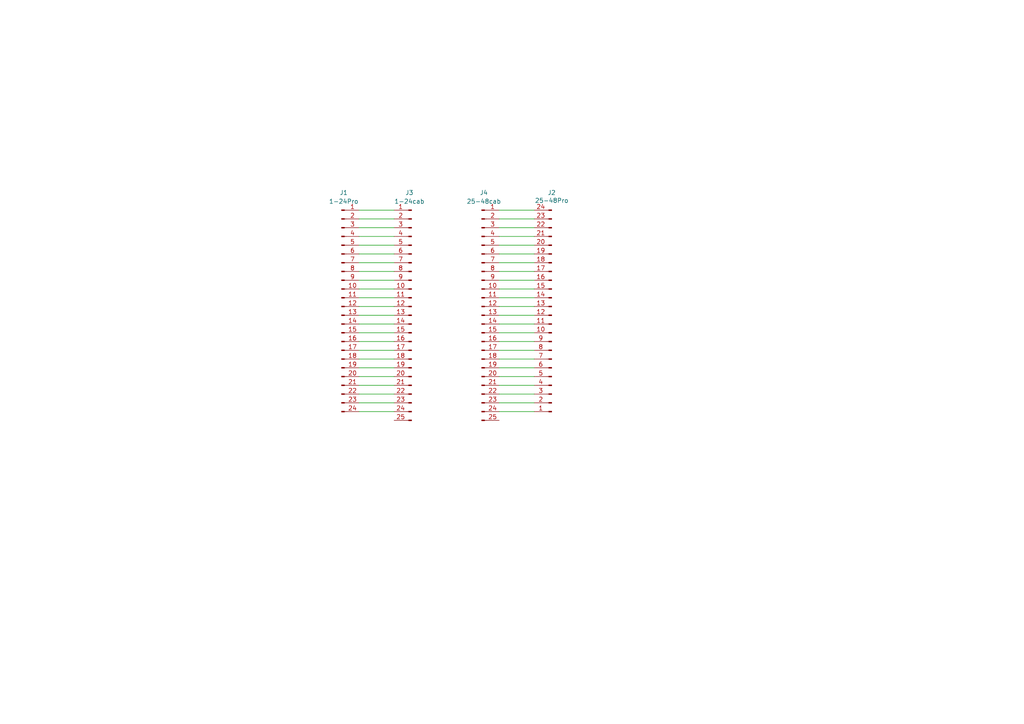
<source format=kicad_sch>
(kicad_sch (version 20250114) (generator "eeschema") (generator_version "9.0")
  (paper "A4")
  (lib_symbols
    (symbol "Connector:Conn_01x24_Pin" (pin_names (offset 1.016) (hide yes))
      (property "Reference" "J" (at 0 30.48 0))
      (property "Value" "Conn_01x24_Pin" (at 0 -33.02 0))
      (symbol "Conn_01x24_Pin_1_1"
        (rectangle (start 0.8636 28.067) (end 0 27.813) (stroke (width 0.1524)) (fill (type outline)))
        (rectangle (start 0.8636 25.527) (end 0 25.273) (stroke (width 0.1524)) (fill (type outline)))
        (rectangle (start 0.8636 22.987) (end 0 22.733) (stroke (width 0.1524)) (fill (type outline)))
        (rectangle (start 0.8636 20.447) (end 0 20.193) (stroke (width 0.1524)) (fill (type outline)))
        (rectangle (start 0.8636 17.907) (end 0 17.653) (stroke (width 0.1524)) (fill (type outline)))
        (rectangle (start 0.8636 15.367) (end 0 15.113) (stroke (width 0.1524)) (fill (type outline)))
        (rectangle (start 0.8636 12.827) (end 0 12.573) (stroke (width 0.1524)) (fill (type outline)))
        (rectangle (start 0.8636 10.287) (end 0 10.033) (stroke (width 0.1524)) (fill (type outline)))
        (rectangle (start 0.8636 7.747) (end 0 7.493) (stroke (width 0.1524)) (fill (type outline)))
        (rectangle (start 0.8636 5.207) (end 0 4.953) (stroke (width 0.1524)) (fill (type outline)))
        (rectangle (start 0.8636 2.667) (end 0 2.413) (stroke (width 0.1524)) (fill (type outline)))
        (rectangle (start 0.8636 0.127) (end 0 -0.127) (stroke (width 0.1524)) (fill (type outline)))
        (rectangle (start 0.8636 -2.413) (end 0 -2.667) (stroke (width 0.1524)) (fill (type outline)))
        (rectangle (start 0.8636 -4.953) (end 0 -5.207) (stroke (width 0.1524)) (fill (type outline)))
        (rectangle (start 0.8636 -7.493) (end 0 -7.747) (stroke (width 0.1524)) (fill (type outline)))
        (rectangle (start 0.8636 -10.033) (end 0 -10.287) (stroke (width 0.1524)) (fill (type outline)))
        (rectangle (start 0.8636 -12.573) (end 0 -12.827) (stroke (width 0.1524)) (fill (type outline)))
        (rectangle (start 0.8636 -15.113) (end 0 -15.367) (stroke (width 0.1524)) (fill (type outline)))
        (rectangle (start 0.8636 -17.653) (end 0 -17.907) (stroke (width 0.1524)) (fill (type outline)))
        (rectangle (start 0.8636 -20.193) (end 0 -20.447) (stroke (width 0.1524)) (fill (type outline)))
        (rectangle (start 0.8636 -22.733) (end 0 -22.987) (stroke (width 0.1524)) (fill (type outline)))
        (rectangle (start 0.8636 -25.273) (end 0 -25.527) (stroke (width 0.1524)) (fill (type outline)))
        (rectangle (start 0.8636 -27.813) (end 0 -28.067) (stroke (width 0.1524)) (fill (type outline)))
        (rectangle (start 0.8636 -30.353) (end 0 -30.607) (stroke (width 0.1524)) (fill (type outline)))
        (polyline (pts (xy 1.27 27.94) (xy 0.8636 27.94)) (stroke (width 0.1524)))
        (polyline (pts (xy 1.27 25.4) (xy 0.8636 25.4)) (stroke (width 0.1524)))
        (polyline (pts (xy 1.27 22.86) (xy 0.8636 22.86)) (stroke (width 0.1524)))
        (polyline (pts (xy 1.27 20.32) (xy 0.8636 20.32)) (stroke (width 0.1524)))
        (polyline (pts (xy 1.27 17.78) (xy 0.8636 17.78)) (stroke (width 0.1524)))
        (polyline (pts (xy 1.27 15.24) (xy 0.8636 15.24)) (stroke (width 0.1524)))
        (polyline (pts (xy 1.27 12.7) (xy 0.8636 12.7)) (stroke (width 0.1524)))
        (polyline (pts (xy 1.27 10.16) (xy 0.8636 10.16)) (stroke (width 0.1524)))
        (polyline (pts (xy 1.27 7.62) (xy 0.8636 7.62)) (stroke (width 0.1524)))
        (polyline (pts (xy 1.27 5.08) (xy 0.8636 5.08)) (stroke (width 0.1524)))
        (polyline (pts (xy 1.27 2.54) (xy 0.8636 2.54)) (stroke (width 0.1524)))
        (polyline (pts (xy 1.27 0) (xy 0.8636 0)) (stroke (width 0.1524)))
        (polyline (pts (xy 1.27 -2.54) (xy 0.8636 -2.54)) (stroke (width 0.1524)))
        (polyline (pts (xy 1.27 -5.08) (xy 0.8636 -5.08)) (stroke (width 0.1524)))
        (polyline (pts (xy 1.27 -7.62) (xy 0.8636 -7.62)) (stroke (width 0.1524)))
        (polyline (pts (xy 1.27 -10.16) (xy 0.8636 -10.16)) (stroke (width 0.1524)))
        (polyline (pts (xy 1.27 -12.7) (xy 0.8636 -12.7)) (stroke (width 0.1524)))
        (polyline (pts (xy 1.27 -15.24) (xy 0.8636 -15.24)) (stroke (width 0.1524)))
        (polyline (pts (xy 1.27 -17.78) (xy 0.8636 -17.78)) (stroke (width 0.1524)))
        (polyline (pts (xy 1.27 -20.32) (xy 0.8636 -20.32)) (stroke (width 0.1524)))
        (polyline (pts (xy 1.27 -22.86) (xy 0.8636 -22.86)) (stroke (width 0.1524)))
        (polyline (pts (xy 1.27 -25.4) (xy 0.8636 -25.4)) (stroke (width 0.1524)))
        (polyline (pts (xy 1.27 -27.94) (xy 0.8636 -27.94)) (stroke (width 0.1524)))
        (polyline (pts (xy 1.27 -30.48) (xy 0.8636 -30.48)) (stroke (width 0.1524)))
        (pin passive line (at 5.08 27.94 180) (length 3.81) (name "Pin_1") (number "1"))
        (pin passive line (at 5.08 25.4 180) (length 3.81) (name "Pin_2") (number "2"))
        (pin passive line (at 5.08 22.86 180) (length 3.81) (name "Pin_3") (number "3"))
        (pin passive line (at 5.08 20.32 180) (length 3.81) (name "Pin_4") (number "4"))
        (pin passive line (at 5.08 17.78 180) (length 3.81) (name "Pin_5") (number "5"))
        (pin passive line (at 5.08 15.24 180) (length 3.81) (name "Pin_6") (number "6"))
        (pin passive line (at 5.08 12.7 180) (length 3.81) (name "Pin_7") (number "7"))
        (pin passive line (at 5.08 10.16 180) (length 3.81) (name "Pin_8") (number "8"))
        (pin passive line (at 5.08 7.62 180) (length 3.81) (name "Pin_9") (number "9"))
        (pin passive line (at 5.08 5.08 180) (length 3.81) (name "Pin_10") (number "10"))
        (pin passive line (at 5.08 2.54 180) (length 3.81) (name "Pin_11") (number "11"))
        (pin passive line (at 5.08 0 180) (length 3.81) (name "Pin_12") (number "12"))
        (pin passive line (at 5.08 -2.54 180) (length 3.81) (name "Pin_13") (number "13"))
        (pin passive line (at 5.08 -5.08 180) (length 3.81) (name "Pin_14") (number "14"))
        (pin passive line (at 5.08 -7.62 180) (length 3.81) (name "Pin_15") (number "15"))
        (pin passive line (at 5.08 -10.16 180) (length 3.81) (name "Pin_16") (number "16"))
        (pin passive line (at 5.08 -12.7 180) (length 3.81) (name "Pin_17") (number "17"))
        (pin passive line (at 5.08 -15.24 180) (length 3.81) (name "Pin_18") (number "18"))
        (pin passive line (at 5.08 -17.78 180) (length 3.81) (name "Pin_19") (number "19"))
        (pin passive line (at 5.08 -20.32 180) (length 3.81) (name "Pin_20") (number "20"))
        (pin passive line (at 5.08 -22.86 180) (length 3.81) (name "Pin_21") (number "21"))
        (pin passive line (at 5.08 -25.4 180) (length 3.81) (name "Pin_22") (number "22"))
        (pin passive line (at 5.08 -27.94 180) (length 3.81) (name "Pin_23") (number "23"))
        (pin passive line (at 5.08 -30.48 180) (length 3.81) (name "Pin_24") (number "24"))
      )
    )
    (symbol "Connector:Conn_01x25_Pin" (pin_names (offset 1.016) (hide yes))
      (property "Reference" "J" (at 0 33.02 0))
      (property "Value" "Conn_01x25_Pin" (at 0 -33.02 0))
      (symbol "Conn_01x25_Pin_1_1"
        (rectangle (start 0.8636 30.607) (end 0 30.353) (stroke (width 0.1524)) (fill (type outline)))
        (rectangle (start 0.8636 28.067) (end 0 27.813) (stroke (width 0.1524)) (fill (type outline)))
        (rectangle (start 0.8636 25.527) (end 0 25.273) (stroke (width 0.1524)) (fill (type outline)))
        (rectangle (start 0.8636 22.987) (end 0 22.733) (stroke (width 0.1524)) (fill (type outline)))
        (rectangle (start 0.8636 20.447) (end 0 20.193) (stroke (width 0.1524)) (fill (type outline)))
        (rectangle (start 0.8636 17.907) (end 0 17.653) (stroke (width 0.1524)) (fill (type outline)))
        (rectangle (start 0.8636 15.367) (end 0 15.113) (stroke (width 0.1524)) (fill (type outline)))
        (rectangle (start 0.8636 12.827) (end 0 12.573) (stroke (width 0.1524)) (fill (type outline)))
        (rectangle (start 0.8636 10.287) (end 0 10.033) (stroke (width 0.1524)) (fill (type outline)))
        (rectangle (start 0.8636 7.747) (end 0 7.493) (stroke (width 0.1524)) (fill (type outline)))
        (rectangle (start 0.8636 5.207) (end 0 4.953) (stroke (width 0.1524)) (fill (type outline)))
        (rectangle (start 0.8636 2.667) (end 0 2.413) (stroke (width 0.1524)) (fill (type outline)))
        (rectangle (start 0.8636 0.127) (end 0 -0.127) (stroke (width 0.1524)) (fill (type outline)))
        (rectangle (start 0.8636 -2.413) (end 0 -2.667) (stroke (width 0.1524)) (fill (type outline)))
        (rectangle (start 0.8636 -4.953) (end 0 -5.207) (stroke (width 0.1524)) (fill (type outline)))
        (rectangle (start 0.8636 -7.493) (end 0 -7.747) (stroke (width 0.1524)) (fill (type outline)))
        (rectangle (start 0.8636 -10.033) (end 0 -10.287) (stroke (width 0.1524)) (fill (type outline)))
        (rectangle (start 0.8636 -12.573) (end 0 -12.827) (stroke (width 0.1524)) (fill (type outline)))
        (rectangle (start 0.8636 -15.113) (end 0 -15.367) (stroke (width 0.1524)) (fill (type outline)))
        (rectangle (start 0.8636 -17.653) (end 0 -17.907) (stroke (width 0.1524)) (fill (type outline)))
        (rectangle (start 0.8636 -20.193) (end 0 -20.447) (stroke (width 0.1524)) (fill (type outline)))
        (rectangle (start 0.8636 -22.733) (end 0 -22.987) (stroke (width 0.1524)) (fill (type outline)))
        (rectangle (start 0.8636 -25.273) (end 0 -25.527) (stroke (width 0.1524)) (fill (type outline)))
        (rectangle (start 0.8636 -27.813) (end 0 -28.067) (stroke (width 0.1524)) (fill (type outline)))
        (rectangle (start 0.8636 -30.353) (end 0 -30.607) (stroke (width 0.1524)) (fill (type outline)))
        (polyline (pts (xy 1.27 30.48) (xy 0.8636 30.48)) (stroke (width 0.1524)))
        (polyline (pts (xy 1.27 27.94) (xy 0.8636 27.94)) (stroke (width 0.1524)))
        (polyline (pts (xy 1.27 25.4) (xy 0.8636 25.4)) (stroke (width 0.1524)))
        (polyline (pts (xy 1.27 22.86) (xy 0.8636 22.86)) (stroke (width 0.1524)))
        (polyline (pts (xy 1.27 20.32) (xy 0.8636 20.32)) (stroke (width 0.1524)))
        (polyline (pts (xy 1.27 17.78) (xy 0.8636 17.78)) (stroke (width 0.1524)))
        (polyline (pts (xy 1.27 15.24) (xy 0.8636 15.24)) (stroke (width 0.1524)))
        (polyline (pts (xy 1.27 12.7) (xy 0.8636 12.7)) (stroke (width 0.1524)))
        (polyline (pts (xy 1.27 10.16) (xy 0.8636 10.16)) (stroke (width 0.1524)))
        (polyline (pts (xy 1.27 7.62) (xy 0.8636 7.62)) (stroke (width 0.1524)))
        (polyline (pts (xy 1.27 5.08) (xy 0.8636 5.08)) (stroke (width 0.1524)))
        (polyline (pts (xy 1.27 2.54) (xy 0.8636 2.54)) (stroke (width 0.1524)))
        (polyline (pts (xy 1.27 0) (xy 0.8636 0)) (stroke (width 0.1524)))
        (polyline (pts (xy 1.27 -2.54) (xy 0.8636 -2.54)) (stroke (width 0.1524)))
        (polyline (pts (xy 1.27 -5.08) (xy 0.8636 -5.08)) (stroke (width 0.1524)))
        (polyline (pts (xy 1.27 -7.62) (xy 0.8636 -7.62)) (stroke (width 0.1524)))
        (polyline (pts (xy 1.27 -10.16) (xy 0.8636 -10.16)) (stroke (width 0.1524)))
        (polyline (pts (xy 1.27 -12.7) (xy 0.8636 -12.7)) (stroke (width 0.1524)))
        (polyline (pts (xy 1.27 -15.24) (xy 0.8636 -15.24)) (stroke (width 0.1524)))
        (polyline (pts (xy 1.27 -17.78) (xy 0.8636 -17.78)) (stroke (width 0.1524)))
        (polyline (pts (xy 1.27 -20.32) (xy 0.8636 -20.32)) (stroke (width 0.1524)))
        (polyline (pts (xy 1.27 -22.86) (xy 0.8636 -22.86)) (stroke (width 0.1524)))
        (polyline (pts (xy 1.27 -25.4) (xy 0.8636 -25.4)) (stroke (width 0.1524)))
        (polyline (pts (xy 1.27 -27.94) (xy 0.8636 -27.94)) (stroke (width 0.1524)))
        (polyline (pts (xy 1.27 -30.48) (xy 0.8636 -30.48)) (stroke (width 0.1524)))
        (pin passive line (at 5.08 30.48 180) (length 3.81) (name "Pin_1") (number "1"))
        (pin passive line (at 5.08 27.94 180) (length 3.81) (name "Pin_2") (number "2"))
        (pin passive line (at 5.08 25.4 180) (length 3.81) (name "Pin_3") (number "3"))
        (pin passive line (at 5.08 22.86 180) (length 3.81) (name "Pin_4") (number "4"))
        (pin passive line (at 5.08 20.32 180) (length 3.81) (name "Pin_5") (number "5"))
        (pin passive line (at 5.08 17.78 180) (length 3.81) (name "Pin_6") (number "6"))
        (pin passive line (at 5.08 15.24 180) (length 3.81) (name "Pin_7") (number "7"))
        (pin passive line (at 5.08 12.7 180) (length 3.81) (name "Pin_8") (number "8"))
        (pin passive line (at 5.08 10.16 180) (length 3.81) (name "Pin_9") (number "9"))
        (pin passive line (at 5.08 7.62 180) (length 3.81) (name "Pin_10") (number "10"))
        (pin passive line (at 5.08 5.08 180) (length 3.81) (name "Pin_11") (number "11"))
        (pin passive line (at 5.08 2.54 180) (length 3.81) (name "Pin_12") (number "12"))
        (pin passive line (at 5.08 0 180) (length 3.81) (name "Pin_13") (number "13"))
        (pin passive line (at 5.08 -2.54 180) (length 3.81) (name "Pin_14") (number "14"))
        (pin passive line (at 5.08 -5.08 180) (length 3.81) (name "Pin_15") (number "15"))
        (pin passive line (at 5.08 -7.62 180) (length 3.81) (name "Pin_16") (number "16"))
        (pin passive line (at 5.08 -10.16 180) (length 3.81) (name "Pin_17") (number "17"))
        (pin passive line (at 5.08 -12.7 180) (length 3.81) (name "Pin_18") (number "18"))
        (pin passive line (at 5.08 -15.24 180) (length 3.81) (name "Pin_19") (number "19"))
        (pin passive line (at 5.08 -17.78 180) (length 3.81) (name "Pin_20") (number "20"))
        (pin passive line (at 5.08 -20.32 180) (length 3.81) (name "Pin_21") (number "21"))
        (pin passive line (at 5.08 -22.86 180) (length 3.81) (name "Pin_22") (number "22"))
        (pin passive line (at 5.08 -25.4 180) (length 3.81) (name "Pin_23") (number "23"))
        (pin passive line (at 5.08 -27.94 180) (length 3.81) (name "Pin_24") (number "24"))
        (pin passive line (at 5.08 -30.48 180) (length 3.81) (name "Pin_25") (number "25"))
      )
    )
  )
  (wire (pts (xy 144.78 78.74) (xy 154.94 78.74)))
  (wire (pts (xy 144.78 68.58) (xy 154.94 68.58)))
  (wire (pts (xy 144.78 109.22) (xy 154.94 109.22)))
  (wire (pts (xy 104.14 78.74) (xy 114.3 78.74)))
  (wire (pts (xy 144.78 104.14) (xy 154.94 104.14)))
  (wire (pts (xy 144.78 99.06) (xy 154.94 99.06)))
  (wire (pts (xy 104.14 91.44) (xy 114.3 91.44)))
  (wire (pts (xy 104.14 116.84) (xy 114.3 116.84)))
  (wire (pts (xy 104.14 88.9) (xy 114.3 88.9)))
  (wire (pts (xy 104.14 104.14) (xy 114.3 104.14)))
  (wire (pts (xy 144.78 111.76) (xy 154.94 111.76)))
  (wire (pts (xy 104.14 99.06) (xy 114.3 99.06)))
  (wire (pts (xy 104.14 73.66) (xy 114.3 73.66)))
  (wire (pts (xy 104.14 60.96) (xy 114.3 60.96)))
  (wire (pts (xy 144.78 106.68) (xy 154.94 106.68)))
  (wire (pts (xy 144.78 73.66) (xy 154.94 73.66)))
  (wire (pts (xy 144.78 86.36) (xy 154.94 86.36)))
  (wire (pts (xy 104.14 93.98) (xy 114.3 93.98)))
  (wire (pts (xy 144.78 96.52) (xy 154.94 96.52)))
  (wire (pts (xy 144.78 101.6) (xy 154.94 101.6)))
  (wire (pts (xy 104.14 86.36) (xy 114.3 86.36)))
  (wire (pts (xy 144.78 60.96) (xy 154.94 60.96)))
  (wire (pts (xy 144.78 83.82) (xy 154.94 83.82)))
  (wire (pts (xy 144.78 91.44) (xy 154.94 91.44)))
  (wire (pts (xy 104.14 106.68) (xy 114.3 106.68)))
  (wire (pts (xy 104.14 96.52) (xy 114.3 96.52)))
  (wire (pts (xy 144.78 114.3) (xy 154.94 114.3)))
  (wire (pts (xy 104.14 66.04) (xy 114.3 66.04)))
  (wire (pts (xy 104.14 71.12) (xy 114.3 71.12)))
  (wire (pts (xy 104.14 81.28) (xy 114.3 81.28)))
  (wire (pts (xy 144.78 63.5) (xy 154.94 63.5)))
  (wire (pts (xy 144.78 88.9) (xy 154.94 88.9)))
  (wire (pts (xy 104.14 83.82) (xy 114.3 83.82)))
  (wire (pts (xy 104.14 119.38) (xy 114.3 119.38)))
  (wire (pts (xy 104.14 76.2) (xy 114.3 76.2)))
  (wire (pts (xy 144.78 116.84) (xy 154.94 116.84)))
  (wire (pts (xy 144.78 71.12) (xy 154.94 71.12)))
  (wire (pts (xy 104.14 111.76) (xy 114.3 111.76)))
  (wire (pts (xy 144.78 81.28) (xy 154.94 81.28)))
  (wire (pts (xy 144.78 119.38) (xy 154.94 119.38)))
  (wire (pts (xy 144.78 93.98) (xy 154.94 93.98)))
  (wire (pts (xy 144.78 66.04) (xy 154.94 66.04)))
  (wire (pts (xy 104.14 68.58) (xy 114.3 68.58)))
  (wire (pts (xy 104.14 114.3) (xy 114.3 114.3)))
  (wire (pts (xy 104.14 63.5) (xy 114.3 63.5)))
  (wire (pts (xy 144.78 76.2) (xy 154.94 76.2)))
  (wire (pts (xy 104.14 109.22) (xy 114.3 109.22)))
  (wire (pts (xy 104.14 101.6) (xy 114.3 101.6)))
  (symbol (lib_id "Connector:Conn_01x24_Pin") (at 160.02 91.44 180) (unit 1)
    (property "Reference" "J2" (at 160.02 55.88 0))
    (property "Value" "25-48Pro" (at 160.02 58.166 0))
    (property "Footprint" "Connector_PinHeader_2.54mm:PinHeader_1x24_P2.54mm_Vertical" (effects (hide yes)))
    (property "Description" "Generic connector, single row, 01x24, script generated" (effects (hide yes)))
  )
  (symbol (lib_id "Connector:Conn_01x25_Pin") (at 119.38 91.44 0) (mirror y) (unit 1)
    (property "Reference" "J3" (at 118.745 55.88 0))
    (property "Value" "1-24cab" (at 118.745 58.42 0))
    (property "Footprint" "Connector_PinHeader_2.54mm:PinHeader_1x25_P2.54mm_Vertical" (effects (hide yes)))
    (property "Description" "Generic connector, single row, 01x25, script generated" (effects (hide yes)))
  )
  (symbol (lib_id "Connector:Conn_01x24_Pin") (at 99.06 88.9 0) (unit 1)
    (property "Reference" "J1" (at 99.695 55.88 0))
    (property "Value" "1-24Pro" (at 99.695 58.42 0))
    (property "Footprint" "Connector_PinHeader_2.54mm:PinHeader_1x24_P2.54mm_Vertical" (effects (hide yes)))
    (property "Description" "Generic connector, single row, 01x24, script generated" (effects (hide yes)))
  )
  (symbol (lib_id "Connector:Conn_01x25_Pin") (at 139.7 91.44 0) (unit 1)
    (property "Reference" "J4" (at 140.335 55.88 0))
    (property "Value" "25-48cab" (at 140.335 58.42 0))
    (property "Footprint" "Connector_PinHeader_2.54mm:PinHeader_1x25_P2.54mm_Vertical" (effects (hide yes)))
    (property "Description" "Generic connector, single row, 01x25, script generated" (effects (hide yes)))
  )
)
</source>
